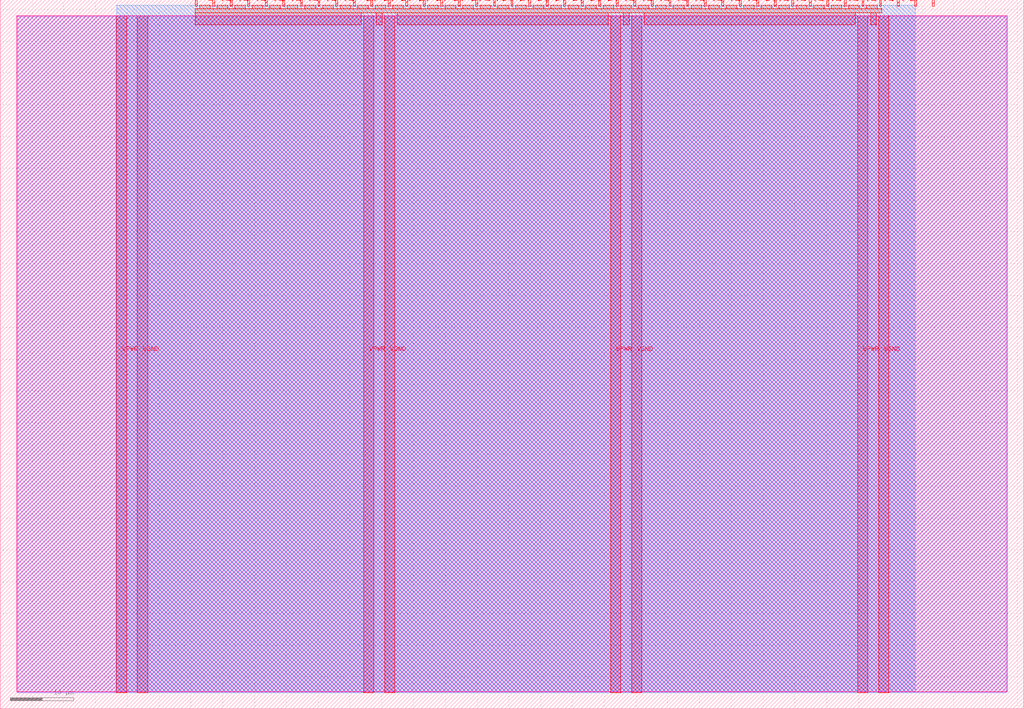
<source format=lef>
VERSION 5.7 ;
  NOWIREEXTENSIONATPIN ON ;
  DIVIDERCHAR "/" ;
  BUSBITCHARS "[]" ;
MACRO tt_um_wokwi_442977509323262977
  CLASS BLOCK ;
  FOREIGN tt_um_wokwi_442977509323262977 ;
  ORIGIN 0.000 0.000 ;
  SIZE 161.000 BY 111.520 ;
  PIN VGND
    DIRECTION INOUT ;
    USE GROUND ;
    PORT
      LAYER met4 ;
        RECT 21.580 2.480 23.180 109.040 ;
    END
    PORT
      LAYER met4 ;
        RECT 60.450 2.480 62.050 109.040 ;
    END
    PORT
      LAYER met4 ;
        RECT 99.320 2.480 100.920 109.040 ;
    END
    PORT
      LAYER met4 ;
        RECT 138.190 2.480 139.790 109.040 ;
    END
  END VGND
  PIN VPWR
    DIRECTION INOUT ;
    USE POWER ;
    PORT
      LAYER met4 ;
        RECT 18.280 2.480 19.880 109.040 ;
    END
    PORT
      LAYER met4 ;
        RECT 57.150 2.480 58.750 109.040 ;
    END
    PORT
      LAYER met4 ;
        RECT 96.020 2.480 97.620 109.040 ;
    END
    PORT
      LAYER met4 ;
        RECT 134.890 2.480 136.490 109.040 ;
    END
  END VPWR
  PIN clk
    DIRECTION INPUT ;
    USE SIGNAL ;
    PORT
      LAYER met4 ;
        RECT 143.830 110.520 144.130 111.520 ;
    END
  END clk
  PIN ena
    DIRECTION INPUT ;
    USE SIGNAL ;
    PORT
      LAYER met4 ;
        RECT 146.590 110.520 146.890 111.520 ;
    END
  END ena
  PIN rst_n
    DIRECTION INPUT ;
    USE SIGNAL ;
    PORT
      LAYER met4 ;
        RECT 141.070 110.520 141.370 111.520 ;
    END
  END rst_n
  PIN ui_in[0]
    DIRECTION INPUT ;
    USE SIGNAL ;
    ANTENNAGATEAREA 0.196500 ;
    PORT
      LAYER met4 ;
        RECT 138.310 110.520 138.610 111.520 ;
    END
  END ui_in[0]
  PIN ui_in[1]
    DIRECTION INPUT ;
    USE SIGNAL ;
    ANTENNAGATEAREA 0.196500 ;
    PORT
      LAYER met4 ;
        RECT 135.550 110.520 135.850 111.520 ;
    END
  END ui_in[1]
  PIN ui_in[2]
    DIRECTION INPUT ;
    USE SIGNAL ;
    ANTENNAGATEAREA 0.196500 ;
    PORT
      LAYER met4 ;
        RECT 132.790 110.520 133.090 111.520 ;
    END
  END ui_in[2]
  PIN ui_in[3]
    DIRECTION INPUT ;
    USE SIGNAL ;
    ANTENNAGATEAREA 0.196500 ;
    PORT
      LAYER met4 ;
        RECT 130.030 110.520 130.330 111.520 ;
    END
  END ui_in[3]
  PIN ui_in[4]
    DIRECTION INPUT ;
    USE SIGNAL ;
    ANTENNAGATEAREA 0.213000 ;
    PORT
      LAYER met4 ;
        RECT 127.270 110.520 127.570 111.520 ;
    END
  END ui_in[4]
  PIN ui_in[5]
    DIRECTION INPUT ;
    USE SIGNAL ;
    PORT
      LAYER met4 ;
        RECT 124.510 110.520 124.810 111.520 ;
    END
  END ui_in[5]
  PIN ui_in[6]
    DIRECTION INPUT ;
    USE SIGNAL ;
    PORT
      LAYER met4 ;
        RECT 121.750 110.520 122.050 111.520 ;
    END
  END ui_in[6]
  PIN ui_in[7]
    DIRECTION INPUT ;
    USE SIGNAL ;
    ANTENNAGATEAREA 0.126000 ;
    PORT
      LAYER met4 ;
        RECT 118.990 110.520 119.290 111.520 ;
    END
  END ui_in[7]
  PIN uio_in[0]
    DIRECTION INPUT ;
    USE SIGNAL ;
    PORT
      LAYER met4 ;
        RECT 116.230 110.520 116.530 111.520 ;
    END
  END uio_in[0]
  PIN uio_in[1]
    DIRECTION INPUT ;
    USE SIGNAL ;
    PORT
      LAYER met4 ;
        RECT 113.470 110.520 113.770 111.520 ;
    END
  END uio_in[1]
  PIN uio_in[2]
    DIRECTION INPUT ;
    USE SIGNAL ;
    PORT
      LAYER met4 ;
        RECT 110.710 110.520 111.010 111.520 ;
    END
  END uio_in[2]
  PIN uio_in[3]
    DIRECTION INPUT ;
    USE SIGNAL ;
    PORT
      LAYER met4 ;
        RECT 107.950 110.520 108.250 111.520 ;
    END
  END uio_in[3]
  PIN uio_in[4]
    DIRECTION INPUT ;
    USE SIGNAL ;
    PORT
      LAYER met4 ;
        RECT 105.190 110.520 105.490 111.520 ;
    END
  END uio_in[4]
  PIN uio_in[5]
    DIRECTION INPUT ;
    USE SIGNAL ;
    PORT
      LAYER met4 ;
        RECT 102.430 110.520 102.730 111.520 ;
    END
  END uio_in[5]
  PIN uio_in[6]
    DIRECTION INPUT ;
    USE SIGNAL ;
    PORT
      LAYER met4 ;
        RECT 99.670 110.520 99.970 111.520 ;
    END
  END uio_in[6]
  PIN uio_in[7]
    DIRECTION INPUT ;
    USE SIGNAL ;
    PORT
      LAYER met4 ;
        RECT 96.910 110.520 97.210 111.520 ;
    END
  END uio_in[7]
  PIN uio_oe[0]
    DIRECTION OUTPUT ;
    USE SIGNAL ;
    PORT
      LAYER met4 ;
        RECT 49.990 110.520 50.290 111.520 ;
    END
  END uio_oe[0]
  PIN uio_oe[1]
    DIRECTION OUTPUT ;
    USE SIGNAL ;
    PORT
      LAYER met4 ;
        RECT 47.230 110.520 47.530 111.520 ;
    END
  END uio_oe[1]
  PIN uio_oe[2]
    DIRECTION OUTPUT ;
    USE SIGNAL ;
    PORT
      LAYER met4 ;
        RECT 44.470 110.520 44.770 111.520 ;
    END
  END uio_oe[2]
  PIN uio_oe[3]
    DIRECTION OUTPUT ;
    USE SIGNAL ;
    PORT
      LAYER met4 ;
        RECT 41.710 110.520 42.010 111.520 ;
    END
  END uio_oe[3]
  PIN uio_oe[4]
    DIRECTION OUTPUT ;
    USE SIGNAL ;
    PORT
      LAYER met4 ;
        RECT 38.950 110.520 39.250 111.520 ;
    END
  END uio_oe[4]
  PIN uio_oe[5]
    DIRECTION OUTPUT ;
    USE SIGNAL ;
    PORT
      LAYER met4 ;
        RECT 36.190 110.520 36.490 111.520 ;
    END
  END uio_oe[5]
  PIN uio_oe[6]
    DIRECTION OUTPUT ;
    USE SIGNAL ;
    PORT
      LAYER met4 ;
        RECT 33.430 110.520 33.730 111.520 ;
    END
  END uio_oe[6]
  PIN uio_oe[7]
    DIRECTION OUTPUT ;
    USE SIGNAL ;
    PORT
      LAYER met4 ;
        RECT 30.670 110.520 30.970 111.520 ;
    END
  END uio_oe[7]
  PIN uio_out[0]
    DIRECTION OUTPUT ;
    USE SIGNAL ;
    PORT
      LAYER met4 ;
        RECT 72.070 110.520 72.370 111.520 ;
    END
  END uio_out[0]
  PIN uio_out[1]
    DIRECTION OUTPUT ;
    USE SIGNAL ;
    PORT
      LAYER met4 ;
        RECT 69.310 110.520 69.610 111.520 ;
    END
  END uio_out[1]
  PIN uio_out[2]
    DIRECTION OUTPUT ;
    USE SIGNAL ;
    PORT
      LAYER met4 ;
        RECT 66.550 110.520 66.850 111.520 ;
    END
  END uio_out[2]
  PIN uio_out[3]
    DIRECTION OUTPUT ;
    USE SIGNAL ;
    PORT
      LAYER met4 ;
        RECT 63.790 110.520 64.090 111.520 ;
    END
  END uio_out[3]
  PIN uio_out[4]
    DIRECTION OUTPUT ;
    USE SIGNAL ;
    PORT
      LAYER met4 ;
        RECT 61.030 110.520 61.330 111.520 ;
    END
  END uio_out[4]
  PIN uio_out[5]
    DIRECTION OUTPUT ;
    USE SIGNAL ;
    PORT
      LAYER met4 ;
        RECT 58.270 110.520 58.570 111.520 ;
    END
  END uio_out[5]
  PIN uio_out[6]
    DIRECTION OUTPUT ;
    USE SIGNAL ;
    PORT
      LAYER met4 ;
        RECT 55.510 110.520 55.810 111.520 ;
    END
  END uio_out[6]
  PIN uio_out[7]
    DIRECTION OUTPUT ;
    USE SIGNAL ;
    PORT
      LAYER met4 ;
        RECT 52.750 110.520 53.050 111.520 ;
    END
  END uio_out[7]
  PIN uo_out[0]
    DIRECTION OUTPUT ;
    USE SIGNAL ;
    ANTENNADIFFAREA 0.445500 ;
    PORT
      LAYER met4 ;
        RECT 94.150 110.520 94.450 111.520 ;
    END
  END uo_out[0]
  PIN uo_out[1]
    DIRECTION OUTPUT ;
    USE SIGNAL ;
    ANTENNADIFFAREA 0.445500 ;
    PORT
      LAYER met4 ;
        RECT 91.390 110.520 91.690 111.520 ;
    END
  END uo_out[1]
  PIN uo_out[2]
    DIRECTION OUTPUT ;
    USE SIGNAL ;
    ANTENNADIFFAREA 0.445500 ;
    PORT
      LAYER met4 ;
        RECT 88.630 110.520 88.930 111.520 ;
    END
  END uo_out[2]
  PIN uo_out[3]
    DIRECTION OUTPUT ;
    USE SIGNAL ;
    ANTENNADIFFAREA 0.445500 ;
    PORT
      LAYER met4 ;
        RECT 85.870 110.520 86.170 111.520 ;
    END
  END uo_out[3]
  PIN uo_out[4]
    DIRECTION OUTPUT ;
    USE SIGNAL ;
    ANTENNADIFFAREA 0.445500 ;
    PORT
      LAYER met4 ;
        RECT 83.110 110.520 83.410 111.520 ;
    END
  END uo_out[4]
  PIN uo_out[5]
    DIRECTION OUTPUT ;
    USE SIGNAL ;
    PORT
      LAYER met4 ;
        RECT 80.350 110.520 80.650 111.520 ;
    END
  END uo_out[5]
  PIN uo_out[6]
    DIRECTION OUTPUT ;
    USE SIGNAL ;
    PORT
      LAYER met4 ;
        RECT 77.590 110.520 77.890 111.520 ;
    END
  END uo_out[6]
  PIN uo_out[7]
    DIRECTION OUTPUT ;
    USE SIGNAL ;
    ANTENNADIFFAREA 0.445500 ;
    PORT
      LAYER met4 ;
        RECT 74.830 110.520 75.130 111.520 ;
    END
  END uo_out[7]
  OBS
      LAYER nwell ;
        RECT 2.570 2.635 158.430 108.990 ;
      LAYER li1 ;
        RECT 2.760 2.635 158.240 108.885 ;
      LAYER met1 ;
        RECT 2.760 2.480 158.240 109.040 ;
      LAYER met2 ;
        RECT 18.310 2.535 143.890 110.685 ;
      LAYER met3 ;
        RECT 18.290 2.555 143.915 110.665 ;
      LAYER met4 ;
        RECT 31.370 110.120 33.030 110.665 ;
        RECT 34.130 110.120 35.790 110.665 ;
        RECT 36.890 110.120 38.550 110.665 ;
        RECT 39.650 110.120 41.310 110.665 ;
        RECT 42.410 110.120 44.070 110.665 ;
        RECT 45.170 110.120 46.830 110.665 ;
        RECT 47.930 110.120 49.590 110.665 ;
        RECT 50.690 110.120 52.350 110.665 ;
        RECT 53.450 110.120 55.110 110.665 ;
        RECT 56.210 110.120 57.870 110.665 ;
        RECT 58.970 110.120 60.630 110.665 ;
        RECT 61.730 110.120 63.390 110.665 ;
        RECT 64.490 110.120 66.150 110.665 ;
        RECT 67.250 110.120 68.910 110.665 ;
        RECT 70.010 110.120 71.670 110.665 ;
        RECT 72.770 110.120 74.430 110.665 ;
        RECT 75.530 110.120 77.190 110.665 ;
        RECT 78.290 110.120 79.950 110.665 ;
        RECT 81.050 110.120 82.710 110.665 ;
        RECT 83.810 110.120 85.470 110.665 ;
        RECT 86.570 110.120 88.230 110.665 ;
        RECT 89.330 110.120 90.990 110.665 ;
        RECT 92.090 110.120 93.750 110.665 ;
        RECT 94.850 110.120 96.510 110.665 ;
        RECT 97.610 110.120 99.270 110.665 ;
        RECT 100.370 110.120 102.030 110.665 ;
        RECT 103.130 110.120 104.790 110.665 ;
        RECT 105.890 110.120 107.550 110.665 ;
        RECT 108.650 110.120 110.310 110.665 ;
        RECT 111.410 110.120 113.070 110.665 ;
        RECT 114.170 110.120 115.830 110.665 ;
        RECT 116.930 110.120 118.590 110.665 ;
        RECT 119.690 110.120 121.350 110.665 ;
        RECT 122.450 110.120 124.110 110.665 ;
        RECT 125.210 110.120 126.870 110.665 ;
        RECT 127.970 110.120 129.630 110.665 ;
        RECT 130.730 110.120 132.390 110.665 ;
        RECT 133.490 110.120 135.150 110.665 ;
        RECT 136.250 110.120 137.910 110.665 ;
        RECT 30.655 109.440 138.625 110.120 ;
        RECT 30.655 107.615 56.750 109.440 ;
        RECT 59.150 107.615 60.050 109.440 ;
        RECT 62.450 107.615 95.620 109.440 ;
        RECT 98.020 107.615 98.920 109.440 ;
        RECT 101.320 107.615 134.490 109.440 ;
        RECT 136.890 107.615 137.790 109.440 ;
  END
END tt_um_wokwi_442977509323262977
END LIBRARY


</source>
